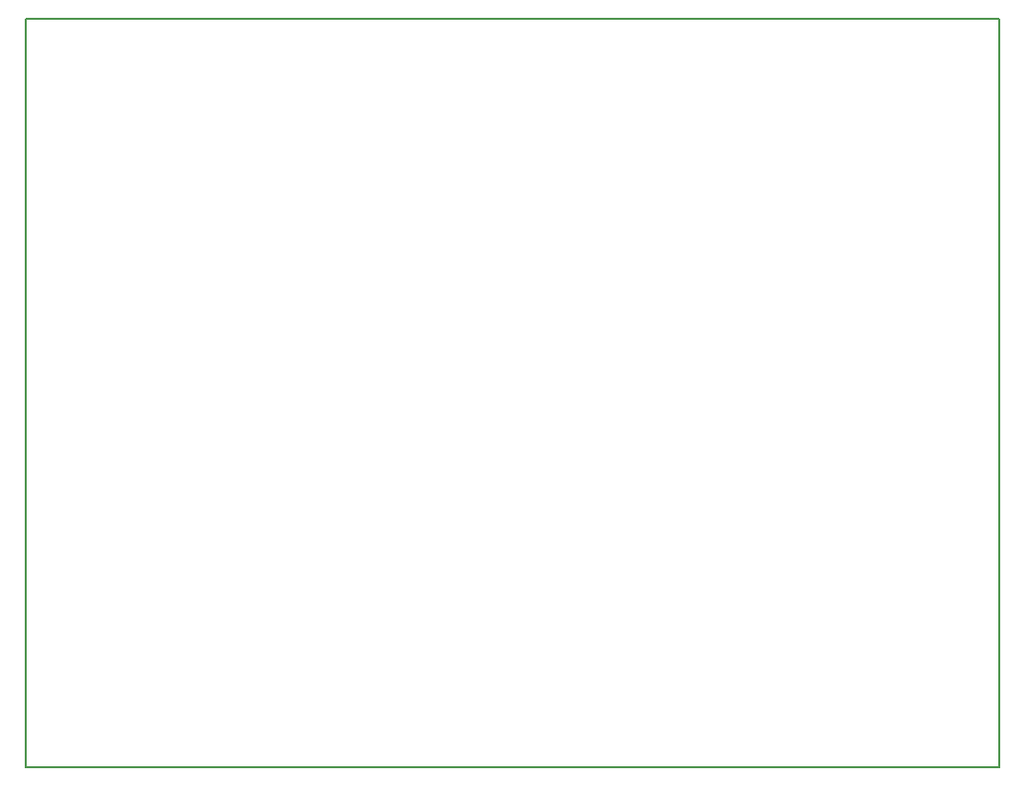
<source format=gbr>
G04 #@! TF.GenerationSoftware,KiCad,Pcbnew,5.0.2-bee76a0~70~ubuntu18.04.1*
G04 #@! TF.CreationDate,2019-11-23T09:34:29-08:00*
G04 #@! TF.ProjectId,BaseBoard,42617365-426f-4617-9264-2e6b69636164,rev?*
G04 #@! TF.SameCoordinates,Original*
G04 #@! TF.FileFunction,Profile,NP*
%FSLAX46Y46*%
G04 Gerber Fmt 4.6, Leading zero omitted, Abs format (unit mm)*
G04 Created by KiCad (PCBNEW 5.0.2-bee76a0~70~ubuntu18.04.1) date Sat 23 Nov 2019 09:34:29 AM PST*
%MOMM*%
%LPD*%
G01*
G04 APERTURE LIST*
%ADD10C,0.150000*%
G04 APERTURE END LIST*
D10*
X205750000Y-63750000D02*
X211000000Y-63750000D01*
X211000000Y-127750000D02*
X211000000Y-63750000D01*
X127750000Y-127750000D02*
X211000000Y-127750000D01*
X127750000Y-125000000D02*
X127750000Y-127750000D01*
X127750000Y-63750000D02*
X127750000Y-64000000D01*
X205750000Y-63750000D02*
X127750000Y-63750000D01*
X127750000Y-64000000D02*
X127750000Y-125000000D01*
M02*

</source>
